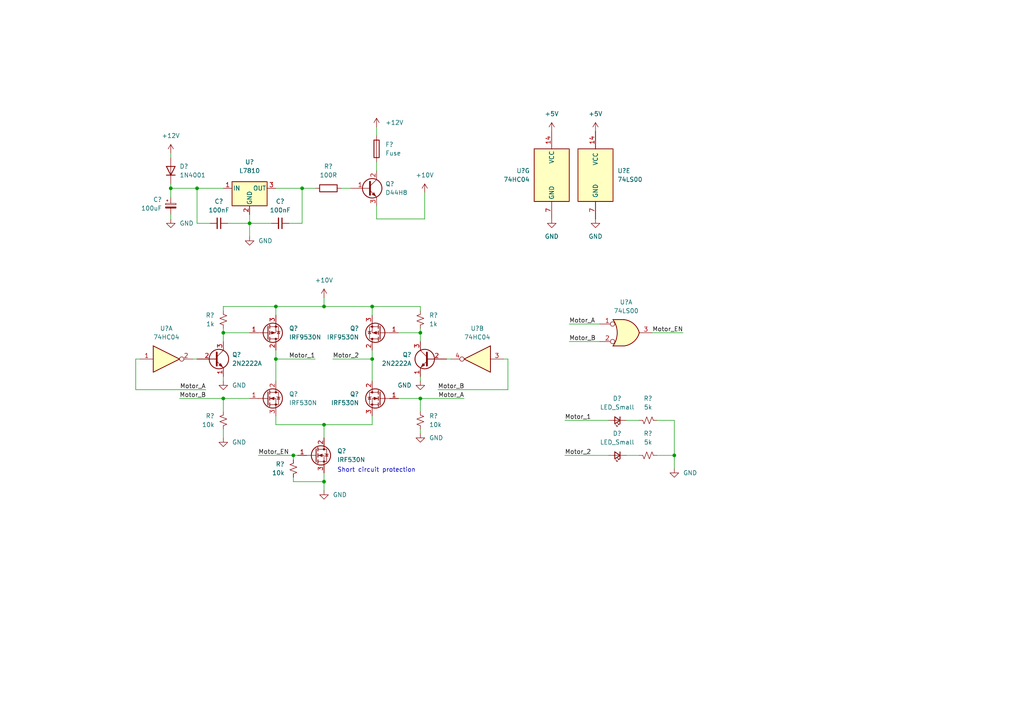
<source format=kicad_sch>
(kicad_sch (version 20211123) (generator eeschema)
  (paper "A4")
  (lib_symbols
    (symbol "74xx:74HC04"
      (property "Reference" "U" (at 0 1.27 0))
      (property "Value" "74HC04" (at 0 -1.27 0))
      (symbol "74HC04_1_0"
        (polyline (pts (xy -3.81 3.81) (xy -3.81 -3.81) (xy 3.81 0) (xy -3.81 3.81)) (stroke (width 0.254)) (fill (type background)))
        (pin input line (at -7.62 0 0) (length 3.81) (name "~") (number "1"))
        (pin output inverted (at 7.62 0 180) (length 3.81) (name "~") (number "2"))
      )
      (symbol "74HC04_2_0"
        (polyline (pts (xy -3.81 3.81) (xy -3.81 -3.81) (xy 3.81 0) (xy -3.81 3.81)) (stroke (width 0.254)) (fill (type background)))
        (pin input line (at -7.62 0 0) (length 3.81) (name "~") (number "3"))
        (pin output inverted (at 7.62 0 180) (length 3.81) (name "~") (number "4"))
      )
      (symbol "74HC04_3_0"
        (polyline (pts (xy -3.81 3.81) (xy -3.81 -3.81) (xy 3.81 0) (xy -3.81 3.81)) (stroke (width 0.254)) (fill (type background)))
        (pin input line (at -7.62 0 0) (length 3.81) (name "~") (number "5"))
        (pin output inverted (at 7.62 0 180) (length 3.81) (name "~") (number "6"))
      )
      (symbol "74HC04_4_0"
        (polyline (pts (xy -3.81 3.81) (xy -3.81 -3.81) (xy 3.81 0) (xy -3.81 3.81)) (stroke (width 0.254)) (fill (type background)))
        (pin output inverted (at 7.62 0 180) (length 3.81) (name "~") (number "8"))
        (pin input line (at -7.62 0 0) (length 3.81) (name "~") (number "9"))
      )
      (symbol "74HC04_5_0"
        (polyline (pts (xy -3.81 3.81) (xy -3.81 -3.81) (xy 3.81 0) (xy -3.81 3.81)) (stroke (width 0.254)) (fill (type background)))
        (pin output inverted (at 7.62 0 180) (length 3.81) (name "~") (number "10"))
        (pin input line (at -7.62 0 0) (length 3.81) (name "~") (number "11"))
      )
      (symbol "74HC04_6_0"
        (polyline (pts (xy -3.81 3.81) (xy -3.81 -3.81) (xy 3.81 0) (xy -3.81 3.81)) (stroke (width 0.254)) (fill (type background)))
        (pin output inverted (at 7.62 0 180) (length 3.81) (name "~") (number "12"))
        (pin input line (at -7.62 0 0) (length 3.81) (name "~") (number "13"))
      )
      (symbol "74HC04_7_0"
        (pin power_in line (at 0 12.7 270) (length 5.08) (name "VCC") (number "14"))
        (pin power_in line (at 0 -12.7 90) (length 5.08) (name "GND") (number "7"))
      )
      (symbol "74HC04_7_1"
        (rectangle (start -5.08 7.62) (end 5.08 -7.62) (stroke (width 0.254)) (fill (type background)))
      )
    )
    (symbol "74xx:74LS00" (pin_names (offset 1.016))
      (property "Reference" "U" (at 0 1.27 0))
      (property "Value" "74LS00" (at 0 -1.27 0))
      (symbol "74LS00_1_1"
        (arc (start 0 -3.81) (mid 3.81 0) (end 0 3.81) (stroke (width 0.254)) (fill (type background)))
        (polyline (pts (xy 0 3.81) (xy -3.81 3.81) (xy -3.81 -3.81) (xy 0 -3.81)) (stroke (width 0.254)) (fill (type background)))
        (pin input line (at -7.62 2.54 0) (length 3.81) (name "~") (number "1"))
        (pin input line (at -7.62 -2.54 0) (length 3.81) (name "~") (number "2"))
        (pin output inverted (at 7.62 0 180) (length 3.81) (name "~") (number "3"))
      )
      (symbol "74LS00_1_2"
        (arc (start -3.81 -3.81) (mid -2.589 0) (end -3.81 3.81) (stroke (width 0.254)))
        (arc (start -0.6096 -3.81) (mid 2.1855 -2.584) (end 3.81 0) (stroke (width 0.254)) (fill (type background)))
        (polyline (pts (xy -3.81 -3.81) (xy -0.635 -3.81)) (stroke (width 0.254)) (fill (type background)))
        (polyline (pts (xy -3.81 3.81) (xy -0.635 3.81)) (stroke (width 0.254)) (fill (type background)))
        (polyline (pts (xy -0.635 3.81) (xy -3.81 3.81) (xy -3.81 3.81) (xy -3.556 3.4036) (xy -3.0226 2.2606) (xy -2.6924 1.0414) (xy -2.6162 -0.254) (xy -2.7686 -1.4986) (xy -3.175 -2.7178) (xy -3.81 -3.81) (xy -3.81 -3.81) (xy -0.635 -3.81)) (stroke (width -25.4)) (fill (type background)))
        (arc (start 3.81 0) (mid 2.1928 2.5925) (end -0.6096 3.81) (stroke (width 0.254)) (fill (type background)))
        (pin input inverted (at -7.62 2.54 0) (length 4.318) (name "~") (number "1"))
        (pin input inverted (at -7.62 -2.54 0) (length 4.318) (name "~") (number "2"))
        (pin output line (at 7.62 0 180) (length 3.81) (name "~") (number "3"))
      )
      (symbol "74LS00_2_1"
        (arc (start 0 -3.81) (mid 3.81 0) (end 0 3.81) (stroke (width 0.254)) (fill (type background)))
        (polyline (pts (xy 0 3.81) (xy -3.81 3.81) (xy -3.81 -3.81) (xy 0 -3.81)) (stroke (width 0.254)) (fill (type background)))
        (pin input line (at -7.62 2.54 0) (length 3.81) (name "~") (number "4"))
        (pin input line (at -7.62 -2.54 0) (length 3.81) (name "~") (number "5"))
        (pin output inverted (at 7.62 0 180) (length 3.81) (name "~") (number "6"))
      )
      (symbol "74LS00_2_2"
        (arc (start -3.81 -3.81) (mid -2.589 0) (end -3.81 3.81) (stroke (width 0.254)))
        (arc (start -0.6096 -3.81) (mid 2.1855 -2.584) (end 3.81 0) (stroke (width 0.254)) (fill (type background)))
        (polyline (pts (xy -3.81 -3.81) (xy -0.635 -3.81)) (stroke (width 0.254)) (fill (type background)))
        (polyline (pts (xy -3.81 3.81) (xy -0.635 3.81)) (stroke (width 0.254)) (fill (type background)))
        (polyline (pts (xy -0.635 3.81) (xy -3.81 3.81) (xy -3.81 3.81) (xy -3.556 3.4036) (xy -3.0226 2.2606) (xy -2.6924 1.0414) (xy -2.6162 -0.254) (xy -2.7686 -1.4986) (xy -3.175 -2.7178) (xy -3.81 -3.81) (xy -3.81 -3.81) (xy -0.635 -3.81)) (stroke (width -25.4)) (fill (type background)))
        (arc (start 3.81 0) (mid 2.1928 2.5925) (end -0.6096 3.81) (stroke (width 0.254)) (fill (type background)))
        (pin input inverted (at -7.62 2.54 0) (length 4.318) (name "~") (number "4"))
        (pin input inverted (at -7.62 -2.54 0) (length 4.318) (name "~") (number "5"))
        (pin output line (at 7.62 0 180) (length 3.81) (name "~") (number "6"))
      )
      (symbol "74LS00_3_1"
        (arc (start 0 -3.81) (mid 3.81 0) (end 0 3.81) (stroke (width 0.254)) (fill (type background)))
        (polyline (pts (xy 0 3.81) (xy -3.81 3.81) (xy -3.81 -3.81) (xy 0 -3.81)) (stroke (width 0.254)) (fill (type background)))
        (pin input line (at -7.62 -2.54 0) (length 3.81) (name "~") (number "10"))
        (pin output inverted (at 7.62 0 180) (length 3.81) (name "~") (number "8"))
        (pin input line (at -7.62 2.54 0) (length 3.81) (name "~") (number "9"))
      )
      (symbol "74LS00_3_2"
        (arc (start -3.81 -3.81) (mid -2.589 0) (end -3.81 3.81) (stroke (width 0.254)))
        (arc (start -0.6096 -3.81) (mid 2.1855 -2.584) (end 3.81 0) (stroke (width 0.254)) (fill (type background)))
        (polyline (pts (xy -3.81 -3.81) (xy -0.635 -3.81)) (stroke (width 0.254)) (fill (type background)))
        (polyline (pts (xy -3.81 3.81) (xy -0.635 3.81)) (stroke (width 0.254)) (fill (type background)))
        (polyline (pts (xy -0.635 3.81) (xy -3.81 3.81) (xy -3.81 3.81) (xy -3.556 3.4036) (xy -3.0226 2.2606) (xy -2.6924 1.0414) (xy -2.6162 -0.254) (xy -2.7686 -1.4986) (xy -3.175 -2.7178) (xy -3.81 -3.81) (xy -3.81 -3.81) (xy -0.635 -3.81)) (stroke (width -25.4)) (fill (type background)))
        (arc (start 3.81 0) (mid 2.1928 2.5925) (end -0.6096 3.81) (stroke (width 0.254)) (fill (type background)))
        (pin input inverted (at -7.62 -2.54 0) (length 4.318) (name "~") (number "10"))
        (pin output line (at 7.62 0 180) (length 3.81) (name "~") (number "8"))
        (pin input inverted (at -7.62 2.54 0) (length 4.318) (name "~") (number "9"))
      )
      (symbol "74LS00_4_1"
        (arc (start 0 -3.81) (mid 3.81 0) (end 0 3.81) (stroke (width 0.254)) (fill (type background)))
        (polyline (pts (xy 0 3.81) (xy -3.81 3.81) (xy -3.81 -3.81) (xy 0 -3.81)) (stroke (width 0.254)) (fill (type background)))
        (pin output inverted (at 7.62 0 180) (length 3.81) (name "~") (number "11"))
        (pin input line (at -7.62 2.54 0) (length 3.81) (name "~") (number "12"))
        (pin input line (at -7.62 -2.54 0) (length 3.81) (name "~") (number "13"))
      )
      (symbol "74LS00_4_2"
        (arc (start -3.81 -3.81) (mid -2.589 0) (end -3.81 3.81) (stroke (width 0.254)))
        (arc (start -0.6096 -3.81) (mid 2.1855 -2.584) (end 3.81 0) (stroke (width 0.254)) (fill (type background)))
        (polyline (pts (xy -3.81 -3.81) (xy -0.635 -3.81)) (stroke (width 0.254)) (fill (type background)))
        (polyline (pts (xy -3.81 3.81) (xy -0.635 3.81)) (stroke (width 0.254)) (fill (type background)))
        (polyline (pts (xy -0.635 3.81) (xy -3.81 3.81) (xy -3.81 3.81) (xy -3.556 3.4036) (xy -3.0226 2.2606) (xy -2.6924 1.0414) (xy -2.6162 -0.254) (xy -2.7686 -1.4986) (xy -3.175 -2.7178) (xy -3.81 -3.81) (xy -3.81 -3.81) (xy -0.635 -3.81)) (stroke (width -25.4)) (fill (type background)))
        (arc (start 3.81 0) (mid 2.1928 2.5925) (end -0.6096 3.81) (stroke (width 0.254)) (fill (type background)))
        (pin output line (at 7.62 0 180) (length 3.81) (name "~") (number "11"))
        (pin input inverted (at -7.62 2.54 0) (length 4.318) (name "~") (number "12"))
        (pin input inverted (at -7.62 -2.54 0) (length 4.318) (name "~") (number "13"))
      )
      (symbol "74LS00_5_0"
        (pin power_in line (at 0 12.7 270) (length 5.08) (name "VCC") (number "14"))
        (pin power_in line (at 0 -12.7 90) (length 5.08) (name "GND") (number "7"))
      )
      (symbol "74LS00_5_1"
        (rectangle (start -5.08 7.62) (end 5.08 -7.62) (stroke (width 0.254)) (fill (type background)))
      )
    )
    (symbol "Device:C_Polarized_Small" (pin_numbers hide) (pin_names (offset 0.254) hide)
      (property "Reference" "C" (at 0.254 1.778 0))
      (property "Value" "C_Polarized_Small" (at 0.254 -2.032 0))
      (symbol "C_Polarized_Small_0_1"
        (rectangle (start -1.524 -0.3048) (end 1.524 -0.6858) (fill (type outline)))
        (rectangle (start -1.524 0.6858) (end 1.524 0.3048))
        (polyline (pts (xy -1.27 1.524) (xy -0.762 1.524)))
        (polyline (pts (xy -1.016 1.27) (xy -1.016 1.778)))
      )
      (symbol "C_Polarized_Small_1_1"
        (pin passive line (at 0 2.54 270) (length 1.8542) (name "~") (number "1"))
        (pin passive line (at 0 -2.54 90) (length 1.8542) (name "~") (number "2"))
      )
    )
    (symbol "Device:C_Small" (pin_numbers hide) (pin_names (offset 0.254) hide)
      (property "Reference" "C" (at 0.254 1.778 0))
      (property "Value" "C_Small" (at 0.254 -2.032 0))
      (symbol "C_Small_0_1"
        (polyline (pts (xy -1.524 -0.508) (xy 1.524 -0.508)) (stroke (width 0.3302)))
        (polyline (pts (xy -1.524 0.508) (xy 1.524 0.508)) (stroke (width 0.3048)))
      )
      (symbol "C_Small_1_1"
        (pin passive line (at 0 2.54 270) (length 2.032) (name "~") (number "1"))
        (pin passive line (at 0 -2.54 90) (length 2.032) (name "~") (number "2"))
      )
    )
    (symbol "Device:Fuse" (pin_numbers hide) (pin_names (offset 0))
      (property "Reference" "F" (at 2.032 0 90))
      (property "Value" "Fuse" (at -1.905 0 90))
      (symbol "Fuse_0_1"
        (rectangle (start -0.762 -2.54) (end 0.762 2.54) (stroke (width 0.254)))
        (polyline (pts (xy 0 2.54) (xy 0 -2.54)))
      )
      (symbol "Fuse_1_1"
        (pin passive line (at 0 3.81 270) (length 1.27) (name "~") (number "1"))
        (pin passive line (at 0 -3.81 90) (length 1.27) (name "~") (number "2"))
      )
    )
    (symbol "Device:LED_Small" (pin_numbers hide) (pin_names (offset 0.254) hide)
      (property "Reference" "D" (at -1.27 3.175 0))
      (property "Value" "LED_Small" (at -4.445 -2.54 0))
      (symbol "LED_Small_0_1"
        (polyline (pts (xy -0.762 -1.016) (xy -0.762 1.016)) (stroke (width 0.254)))
        (polyline (pts (xy 1.016 0) (xy -0.762 0)))
        (polyline (pts (xy 0.762 -1.016) (xy -0.762 0) (xy 0.762 1.016) (xy 0.762 -1.016)) (stroke (width 0.254)))
        (polyline (pts (xy 0 0.762) (xy -0.508 1.27) (xy -0.254 1.27) (xy -0.508 1.27) (xy -0.508 1.016)))
        (polyline (pts (xy 0.508 1.27) (xy 0 1.778) (xy 0.254 1.778) (xy 0 1.778) (xy 0 1.524)))
      )
      (symbol "LED_Small_1_1"
        (pin passive line (at -2.54 0 0) (length 1.778) (name "K") (number "1"))
        (pin passive line (at 2.54 0 180) (length 1.778) (name "A") (number "2"))
      )
    )
    (symbol "Device:R" (pin_numbers hide) (pin_names (offset 0))
      (property "Reference" "R" (at 2.032 0 90))
      (property "Value" "R" (at 0 0 90))
      (symbol "R_0_1"
        (rectangle (start -1.016 -2.54) (end 1.016 2.54) (stroke (width 0.254)))
      )
      (symbol "R_1_1"
        (pin passive line (at 0 3.81 270) (length 1.27) (name "~") (number "1"))
        (pin passive line (at 0 -3.81 90) (length 1.27) (name "~") (number "2"))
      )
    )
    (symbol "Device:R_Small_US" (pin_numbers hide) (pin_names (offset 0.254) hide)
      (property "Reference" "R" (at 0.762 0.508 0))
      (property "Value" "R_Small_US" (at 0.762 -1.016 0))
      (symbol "R_Small_US_1_1"
        (polyline (pts (xy 0 0) (xy 1.016 -0.381) (xy 0 -0.762) (xy -1.016 -1.143) (xy 0 -1.524)))
        (polyline (pts (xy 0 1.524) (xy 1.016 1.143) (xy 0 0.762) (xy -1.016 0.381) (xy 0 0)))
        (pin passive line (at 0 2.54 270) (length 1.016) (name "~") (number "1"))
        (pin passive line (at 0 -2.54 90) (length 1.016) (name "~") (number "2"))
      )
    )
    (symbol "Diode:1N4001" (pin_numbers hide) (pin_names (offset 1.016) hide)
      (property "Reference" "D" (at 0 2.54 0))
      (property "Value" "1N4001" (at 0 -2.54 0))
      (symbol "1N4001_0_1"
        (polyline (pts (xy -1.27 1.27) (xy -1.27 -1.27)) (stroke (width 0.254)))
        (polyline (pts (xy 1.27 0) (xy -1.27 0)))
        (polyline (pts (xy 1.27 1.27) (xy 1.27 -1.27) (xy -1.27 0) (xy 1.27 1.27)) (stroke (width 0.254)))
      )
      (symbol "1N4001_1_1"
        (pin passive line (at -3.81 0 0) (length 2.54) (name "K") (number "1"))
        (pin passive line (at 3.81 0 180) (length 2.54) (name "A") (number "2"))
      )
    )
    (symbol "Nick:2N2222A" (pin_names (offset 0) hide)
      (property "Reference" "Q" (at 5.08 1.905 0))
      (property "Value" "2N2222A" (at 5.08 0 0))
      (symbol "2N2222A_0_1"
        (polyline (pts (xy 0.635 0.635) (xy 2.54 2.54)))
        (polyline (pts (xy 0.635 -0.635) (xy 2.54 -2.54) (xy 2.54 -2.54)))
        (polyline (pts (xy 0.635 1.905) (xy 0.635 -1.905) (xy 0.635 -1.905)) (stroke (width 0.508)))
        (polyline (pts (xy 1.27 -1.778) (xy 1.778 -1.27) (xy 2.286 -2.286) (xy 1.27 -1.778) (xy 1.27 -1.778)) (fill (type outline)))
        (circle (center 1.27 0) (radius 2.8194) (stroke (width 0.254)))
      )
      (symbol "2N2222A_1_1"
        (pin passive line (at 2.54 -5.08 90) (length 2.54) (name "E") (number "1"))
        (pin passive line (at -5.08 0 0) (length 5.715) (name "B") (number "2"))
        (pin passive line (at 2.54 5.08 270) (length 2.54) (name "C") (number "3"))
      )
    )
    (symbol "Regulator_Linear:L7809" (pin_names (offset 0.254))
      (property "Reference" "U" (at -3.81 3.175 0))
      (property "Value" "L7809" (at 0 3.175 0))
      (symbol "L7809_0_1"
        (rectangle (start -5.08 1.905) (end 5.08 -5.08) (stroke (width 0.254)) (fill (type background)))
      )
      (symbol "L7809_1_1"
        (pin power_in line (at -7.62 0 0) (length 2.54) (name "IN") (number "1"))
        (pin power_in line (at 0 -7.62 90) (length 2.54) (name "GND") (number "2"))
        (pin power_out line (at 7.62 0 180) (length 2.54) (name "OUT") (number "3"))
      )
    )
    (symbol "Transistor_BJT:BD911" (pin_names (offset 0) hide)
      (property "Reference" "Q" (at 6.35 1.905 0))
      (property "Value" "BD911" (at 6.35 0 0))
      (symbol "BD911_0_1"
        (polyline (pts (xy 0.635 0.635) (xy 2.54 2.54)))
        (polyline (pts (xy 0.635 -0.635) (xy 2.54 -2.54) (xy 2.54 -2.54)))
        (polyline (pts (xy 0.635 1.905) (xy 0.635 -1.905) (xy 0.635 -1.905)) (stroke (width 0.508)))
        (polyline (pts (xy 1.27 -1.778) (xy 1.778 -1.27) (xy 2.286 -2.286) (xy 1.27 -1.778) (xy 1.27 -1.778)) (fill (type outline)))
        (circle (center 1.27 0) (radius 2.8194) (stroke (width 0.254)))
      )
      (symbol "BD911_1_1"
        (pin input line (at -5.08 0 0) (length 5.715) (name "B") (number "1"))
        (pin passive line (at 2.54 5.08 270) (length 2.54) (name "C") (number "2"))
        (pin passive line (at 2.54 -5.08 90) (length 2.54) (name "E") (number "3"))
      )
    )
    (symbol "Transistor_FET:IRF540N" (pin_names hide)
      (property "Reference" "Q" (at 6.35 1.905 0))
      (property "Value" "IRF540N" (at 6.35 0 0))
      (symbol "IRF540N_0_1"
        (polyline (pts (xy 0.254 0) (xy -2.54 0)))
        (polyline (pts (xy 0.254 1.905) (xy 0.254 -1.905)) (stroke (width 0.254)))
        (polyline (pts (xy 0.762 -1.27) (xy 0.762 -2.286)) (stroke (width 0.254)))
        (polyline (pts (xy 0.762 0.508) (xy 0.762 -0.508)) (stroke (width 0.254)))
        (polyline (pts (xy 0.762 2.286) (xy 0.762 1.27)) (stroke (width 0.254)))
        (polyline (pts (xy 2.54 2.54) (xy 2.54 1.778)))
        (polyline (pts (xy 2.54 -2.54) (xy 2.54 0) (xy 0.762 0)))
        (polyline (pts (xy 0.762 -1.778) (xy 3.302 -1.778) (xy 3.302 1.778) (xy 0.762 1.778)))
        (polyline (pts (xy 1.016 0) (xy 2.032 0.381) (xy 2.032 -0.381) (xy 1.016 0)) (fill (type outline)))
        (polyline (pts (xy 2.794 0.508) (xy 2.921 0.381) (xy 3.683 0.381) (xy 3.81 0.254)))
        (polyline (pts (xy 3.302 0.381) (xy 2.921 -0.254) (xy 3.683 -0.254) (xy 3.302 0.381)))
        (circle (center 1.651 0) (radius 2.794) (stroke (width 0.254)))
        (circle (center 2.54 -1.778) (radius 0.254) (fill (type outline)))
        (circle (center 2.54 1.778) (radius 0.254) (fill (type outline)))
      )
      (symbol "IRF540N_1_1"
        (pin input line (at -5.08 0 0) (length 2.54) (name "G") (number "1"))
        (pin passive line (at 2.54 5.08 270) (length 2.54) (name "D") (number "2"))
        (pin passive line (at 2.54 -5.08 90) (length 2.54) (name "S") (number "3"))
      )
    )
    (symbol "Transistor_FET:IRF9540N" (pin_names hide)
      (property "Reference" "Q" (at 5.08 1.905 0))
      (property "Value" "IRF9540N" (at 5.08 0 0))
      (symbol "IRF9540N_0_1"
        (polyline (pts (xy 0.254 0) (xy -2.54 0)))
        (polyline (pts (xy 0.254 1.905) (xy 0.254 -1.905)) (stroke (width 0.254)))
        (polyline (pts (xy 0.762 -1.27) (xy 0.762 -2.286)) (stroke (width 0.254)))
        (polyline (pts (xy 0.762 0.508) (xy 0.762 -0.508)) (stroke (width 0.254)))
        (polyline (pts (xy 0.762 2.286) (xy 0.762 1.27)) (stroke (width 0.254)))
        (polyline (pts (xy 2.54 2.54) (xy 2.54 1.778)))
        (polyline (pts (xy 2.54 -2.54) (xy 2.54 0) (xy 0.762 0)))
        (polyline (pts (xy 0.762 1.778) (xy 3.302 1.778) (xy 3.302 -1.778) (xy 0.762 -1.778)))
        (polyline (pts (xy 2.286 0) (xy 1.27 0.381) (xy 1.27 -0.381) (xy 2.286 0)) (fill (type outline)))
        (polyline (pts (xy 2.794 -0.508) (xy 2.921 -0.381) (xy 3.683 -0.381) (xy 3.81 -0.254)))
        (polyline (pts (xy 3.302 -0.381) (xy 2.921 0.254) (xy 3.683 0.254) (xy 3.302 -0.381)))
        (circle (center 1.651 0) (radius 2.794) (stroke (width 0.254)))
        (circle (center 2.54 -1.778) (radius 0.254) (fill (type outline)))
        (circle (center 2.54 1.778) (radius 0.254) (fill (type outline)))
      )
      (symbol "IRF9540N_1_1"
        (pin input line (at -5.08 0 0) (length 2.54) (name "G") (number "1"))
        (pin passive line (at 2.54 5.08 270) (length 2.54) (name "D") (number "2"))
        (pin passive line (at 2.54 -5.08 90) (length 2.54) (name "S") (number "3"))
      )
    )
    (symbol "power:+10V" (power) (pin_names (offset 0))
      (property "Value" "+10V" (at 0 3.556 0))
      (symbol "+10V_0_1"
        (polyline (pts (xy -0.762 1.27) (xy 0 2.54)))
        (polyline (pts (xy 0 0) (xy 0 2.54)))
        (polyline (pts (xy 0 2.54) (xy 0.762 1.27)))
      )
      (symbol "+10V_1_1"
        (pin power_in line (at 0 0 90) (length 0) hide (name "+10V") (number "1"))
      )
    )
    (symbol "power:+12V" (power) (pin_names (offset 0))
      (property "Value" "+12V" (at 0 3.556 0))
      (symbol "+12V_0_1"
        (polyline (pts (xy -0.762 1.27) (xy 0 2.54)))
        (polyline (pts (xy 0 0) (xy 0 2.54)))
        (polyline (pts (xy 0 2.54) (xy 0.762 1.27)))
      )
      (symbol "+12V_1_1"
        (pin power_in line (at 0 0 90) (length 0) hide (name "+12V") (number "1"))
      )
    )
    (symbol "power:+5V" (power) (pin_names (offset 0))
      (property "Value" "+5V" (at 0 3.556 0))
      (symbol "+5V_0_1"
        (polyline (pts (xy -0.762 1.27) (xy 0 2.54)))
        (polyline (pts (xy 0 0) (xy 0 2.54)))
        (polyline (pts (xy 0 2.54) (xy 0.762 1.27)))
      )
      (symbol "+5V_1_1"
        (pin power_in line (at 0 0 90) (length 0) hide (name "+5V") (number "1"))
      )
    )
    (symbol "power:GND" (power) (pin_names (offset 0))
      (property "Value" "GND" (at 0 -3.81 0))
      (symbol "GND_0_1"
        (polyline (pts (xy 0 0) (xy 0 -1.27) (xy 1.27 -1.27) (xy 0 -2.54) (xy -1.27 -1.27) (xy 0 -1.27)))
      )
      (symbol "GND_1_1"
        (pin power_in line (at 0 0 270) (length 0) hide (name "GND") (number "1"))
      )
    )
  )
  (junction (at 121.92 96.52))
  (junction (at 80.01 104.14))
  (junction (at 87.63 54.61))
  (junction (at 195.58 132.08))
  (junction (at 57.15 54.61))
  (junction (at 85.09 132.08))
  (junction (at 64.77 115.57))
  (junction (at 93.98 139.7))
  (junction (at 93.98 123.19))
  (junction (at 64.77 96.52))
  (junction (at 93.98 88.9))
  (junction (at 80.01 88.9))
  (junction (at 49.53 54.61))
  (junction (at 72.39 64.77))
  (junction (at 107.95 88.9))
  (junction (at 107.95 104.14))
  (junction (at 121.92 115.57))
  (wire (pts (xy 189.23 96.52) (xy 198.12 96.52)))
  (wire (pts (xy 49.53 44.45) (xy 49.53 45.72)))
  (wire (pts (xy 121.92 125.73) (xy 121.92 124.46)))
  (wire (pts (xy 80.01 104.14) (xy 91.44 104.14)))
  (wire (pts (xy 72.39 64.77) (xy 78.74 64.77)))
  (wire (pts (xy 80.01 123.19) (xy 93.98 123.19)))
  (wire (pts (xy 195.58 121.92) (xy 195.58 132.08)))
  (wire (pts (xy 66.04 64.77) (xy 72.39 64.77)))
  (wire (pts (xy 57.15 64.77) (xy 57.15 54.61)))
  (wire (pts (xy 39.37 113.03) (xy 39.37 104.14)))
  (wire (pts (xy 107.95 120.65) (xy 107.95 123.19)))
  (wire (pts (xy 109.22 36.83) (xy 109.22 39.37)))
  (wire (pts (xy 99.06 54.61) (xy 101.6 54.61)))
  (wire (pts (xy 72.39 62.23) (xy 72.39 64.77)))
  (wire (pts (xy 121.92 99.06) (xy 121.92 96.52)))
  (wire (pts (xy 40.64 104.14) (xy 39.37 104.14)))
  (wire (pts (xy 115.57 96.52) (xy 121.92 96.52)))
  (wire (pts (xy 121.92 115.57) (xy 121.92 119.38)))
  (wire (pts (xy 64.77 99.06) (xy 64.77 96.52)))
  (wire (pts (xy 93.98 123.19) (xy 107.95 123.19)))
  (wire (pts (xy 121.92 109.22) (xy 121.92 110.49)))
  (wire (pts (xy 64.77 96.52) (xy 72.39 96.52)))
  (wire (pts (xy 123.19 63.5) (xy 123.19 55.88)))
  (wire (pts (xy 64.77 88.9) (xy 80.01 88.9)))
  (wire (pts (xy 181.61 121.92) (xy 185.42 121.92)))
  (wire (pts (xy 173.99 93.98) (xy 165.1 93.98)))
  (wire (pts (xy 85.09 132.08) (xy 86.36 132.08)))
  (wire (pts (xy 49.53 53.34) (xy 49.53 54.61)))
  (wire (pts (xy 87.63 64.77) (xy 87.63 54.61)))
  (wire (pts (xy 129.54 104.14) (xy 130.81 104.14)))
  (wire (pts (xy 80.01 101.6) (xy 80.01 104.14)))
  (wire (pts (xy 147.32 104.14) (xy 147.32 113.03)))
  (wire (pts (xy 60.96 64.77) (xy 57.15 64.77)))
  (wire (pts (xy 121.92 90.17) (xy 121.92 88.9)))
  (wire (pts (xy 87.63 54.61) (xy 91.44 54.61)))
  (wire (pts (xy 74.93 132.08) (xy 85.09 132.08)))
  (wire (pts (xy 107.95 104.14) (xy 96.52 104.14)))
  (wire (pts (xy 49.53 57.15) (xy 49.53 54.61)))
  (wire (pts (xy 93.98 139.7) (xy 93.98 142.24)))
  (wire (pts (xy 93.98 139.7) (xy 93.98 137.16)))
  (wire (pts (xy 64.77 127) (xy 64.77 124.46)))
  (wire (pts (xy 173.99 99.06) (xy 165.1 99.06)))
  (wire (pts (xy 163.83 121.92) (xy 176.53 121.92)))
  (wire (pts (xy 181.61 132.08) (xy 185.42 132.08)))
  (wire (pts (xy 49.53 54.61) (xy 57.15 54.61)))
  (wire (pts (xy 80.01 91.44) (xy 80.01 88.9)))
  (wire (pts (xy 80.01 123.19) (xy 80.01 120.65)))
  (wire (pts (xy 147.32 113.03) (xy 127 113.03)))
  (wire (pts (xy 55.88 104.14) (xy 57.15 104.14)))
  (wire (pts (xy 64.77 110.49) (xy 64.77 109.22)))
  (wire (pts (xy 107.95 104.14) (xy 107.95 110.49)))
  (wire (pts (xy 64.77 115.57) (xy 72.39 115.57)))
  (wire (pts (xy 107.95 88.9) (xy 121.92 88.9)))
  (wire (pts (xy 109.22 63.5) (xy 123.19 63.5)))
  (wire (pts (xy 146.05 104.14) (xy 147.32 104.14)))
  (wire (pts (xy 115.57 115.57) (xy 121.92 115.57)))
  (wire (pts (xy 85.09 139.7) (xy 93.98 139.7)))
  (wire (pts (xy 107.95 101.6) (xy 107.95 104.14)))
  (wire (pts (xy 85.09 138.43) (xy 85.09 139.7)))
  (wire (pts (xy 83.82 64.77) (xy 87.63 64.77)))
  (wire (pts (xy 57.15 54.61) (xy 64.77 54.61)))
  (wire (pts (xy 72.39 64.77) (xy 72.39 68.58)))
  (wire (pts (xy 163.83 132.08) (xy 176.53 132.08)))
  (wire (pts (xy 87.63 54.61) (xy 80.01 54.61)))
  (wire (pts (xy 64.77 115.57) (xy 64.77 119.38)))
  (wire (pts (xy 109.22 63.5) (xy 109.22 59.69)))
  (wire (pts (xy 121.92 115.57) (xy 134.62 115.57)))
  (wire (pts (xy 121.92 96.52) (xy 121.92 95.25)))
  (wire (pts (xy 59.69 113.03) (xy 39.37 113.03)))
  (wire (pts (xy 80.01 104.14) (xy 80.01 110.49)))
  (wire (pts (xy 107.95 88.9) (xy 107.95 91.44)))
  (wire (pts (xy 64.77 96.52) (xy 64.77 95.25)))
  (wire (pts (xy 93.98 86.36) (xy 93.98 88.9)))
  (wire (pts (xy 190.5 121.92) (xy 195.58 121.92)))
  (wire (pts (xy 49.53 63.5) (xy 49.53 62.23)))
  (wire (pts (xy 190.5 132.08) (xy 195.58 132.08)))
  (wire (pts (xy 109.22 46.99) (xy 109.22 49.53)))
  (wire (pts (xy 80.01 88.9) (xy 93.98 88.9)))
  (wire (pts (xy 64.77 90.17) (xy 64.77 88.9)))
  (wire (pts (xy 64.77 115.57) (xy 52.07 115.57)))
  (wire (pts (xy 195.58 132.08) (xy 195.58 135.89)))
  (wire (pts (xy 93.98 88.9) (xy 107.95 88.9)))
  (wire (pts (xy 93.98 123.19) (xy 93.98 127)))
  (wire (pts (xy 85.09 132.08) (xy 85.09 133.35)))
  (text "Short circuit protection" (at 97.79 137.16 0) (effects (font (size 1.27 1.27)) (justify left bottom)))
  (label "Motor_1" (at 163.83 121.92 0))
  (label "Motor_B" (at 52.07 115.57 0))
  (label "Motor_EN" (at 74.93 132.08 0))
  (label "Motor_A" (at 134.62 115.57 180))
  (label "Motor_A" (at 59.69 113.03 180))
  (label "Motor_EN" (at 198.12 96.52 180))
  (label "Motor_1" (at 91.44 104.14 180))
  (label "Motor_2" (at 96.52 104.14 0))
  (label "Motor_B" (at 165.1 99.06 0))
  (label "Motor_A" (at 165.1 93.98 0))
  (label "Motor_2" (at 163.83 132.08 0))
  (label "Motor_B" (at 127 113.03 0))
  (symbol (lib_id "Device:R_Small_US") (at 64.77 92.71 180) (unit 1)
    (property "Reference" "R?" (at 62.23 91.4399 0) (effects (justify left)))
    (property "Value" "1k" (at 62.23 93.9799 0) (effects (justify left)))
  )
  (symbol (lib_id "Diode:1N4001") (at 49.53 49.53 90) (unit 1)
    (property "Reference" "D?" (at 52.07 48.2599 90) (effects (justify right)))
    (property "Value" "1N4001" (at 52.07 50.7999 90) (effects (justify right)))
    (property "Footprint" "Diode_THT:D_DO-41_SOD81_P10.16mm_Horizontal" (effects hide))
    (property "Datasheet" "http://www.vishay.com/docs/88503/1n4001.pdf" (effects hide))
  )
  (symbol (lib_id "power:+12V") (at 109.22 36.83 0) (unit 1)
    (property "Reference" "#PWR?" (effects hide))
    (property "Value" "+12V" (at 111.76 35.5599 0) (effects (justify left)))
  )
  (symbol (lib_id "power:GND") (at 195.58 135.89 0) (unit 1)
    (property "Reference" "#PWR?" (effects hide))
    (property "Value" "GND" (at 198.12 137.1599 0) (effects (justify left)))
  )
  (symbol (lib_id "power:GND") (at 64.77 127 0) (unit 1)
    (property "Reference" "#PWR?" (effects hide))
    (property "Value" "GND" (at 67.31 128.2699 0) (effects (justify left)))
  )
  (symbol (lib_id "Transistor_FET:IRF9540N") (at 77.47 96.52 0) (mirror x) (unit 1)
    (property "Reference" "Q?" (at 83.82 95.2499 0) (effects (justify left)))
    (property "Value" "IRF9530N" (at 83.82 97.7899 0) (effects (justify left)))
    (property "Footprint" "Package_TO_SOT_THT:TO-220-3_Vertical" (effects hide))
    (property "Datasheet" "https://www.infineon.com/dgdl/irf9530npbf.pdf?fileId=5546d462533600a401535611b9931dc1" (effects hide))
  )
  (symbol (lib_id "Device:C_Small") (at 81.28 64.77 270) (unit 1)
    (property "Reference" "C?" (at 81.2736 58.42 90))
    (property "Value" "100nF" (at 81.2736 60.96 90))
    (property "Footprint" "Capacitor_THT:C_Disc_D4.7mm_W2.5mm_P5.00mm" (effects hide))
  )
  (symbol (lib_id "Nick:2N2222A") (at 124.46 104.14 0) (mirror y) (unit 1)
    (property "Reference" "Q?" (at 119.38 102.8699 0) (effects (justify left)))
    (property "Value" "2N2222A" (at 119.38 105.4099 0) (effects (justify left)))
    (property "Footprint" "Package_TO_SOT_THT:TO-92_Inline" (effects hide))
    (property "Datasheet" "https://www.onsemi.com/pub/Collateral/2N3903-D.PDF" (effects hide))
  )
  (symbol (lib_id "power:GND") (at 160.02 63.5 0) (unit 1)
    (property "Reference" "#PWR?" (effects hide))
    (property "Value" "GND" (at 160.02 68.58 0))
  )
  (symbol (lib_id "power:GND") (at 72.39 68.58 0) (unit 1)
    (property "Reference" "#PWR?" (effects hide))
    (property "Value" "GND" (at 74.93 69.8499 0) (effects (justify left)))
  )
  (symbol (lib_id "power:+12V") (at 49.53 44.45 0) (unit 1)
    (property "Reference" "#PWR?" (effects hide))
    (property "Value" "+12V" (at 49.53 39.37 0))
  )
  (symbol (lib_id "power:+10V") (at 93.98 86.36 0) (unit 1)
    (property "Reference" "#PWR?" (effects hide))
    (property "Value" "+10V" (at 93.98 81.28 0))
  )
  (symbol (lib_id "74xx:74HC04") (at 138.43 104.14 0) (mirror y) (unit 2)
    (property "Reference" "U?" (at 138.43 95.25 0))
    (property "Value" "74HC04" (at 138.43 97.79 0))
    (property "Datasheet" "https://assets.nexperia.com/documents/data-sheet/74HC_HCT04.pdf" (effects hide))
  )
  (symbol (lib_id "Regulator_Linear:L7809") (at 72.39 54.61 0) (unit 1)
    (property "Reference" "U?" (at 72.39 46.99 0))
    (property "Value" "L7810" (at 72.39 49.53 0))
    (property "Footprint" "Nick:TO-92L_Inline_Regulator" (effects hide))
    (property "Datasheet" "http://www.st.com/content/ccc/resource/technical/document/datasheet/41/4f/b3/b0/12/d4/47/88/CD00000444.pdf/files/CD00000444.pdf/jcr:content/translations/en.CD00000444.pdf" (effects hide))
  )
  (symbol (lib_id "power:GND") (at 49.53 63.5 0) (unit 1)
    (property "Reference" "#PWR?" (effects hide))
    (property "Value" "GND" (at 52.07 64.7699 0) (effects (justify left)))
  )
  (symbol (lib_id "Device:R_Small_US") (at 64.77 121.92 0) (mirror y) (unit 1)
    (property "Reference" "R?" (at 62.23 120.6499 0) (effects (justify left)))
    (property "Value" "10k" (at 62.23 123.1899 0) (effects (justify left)))
  )
  (symbol (lib_id "power:+5V") (at 172.72 38.1 0) (mirror y) (unit 1)
    (property "Reference" "#PWR?" (effects hide))
    (property "Value" "+5V" (at 172.72 33.02 0))
  )
  (symbol (lib_id "Device:R_Small_US") (at 121.92 92.71 0) (mirror x) (unit 1)
    (property "Reference" "R?" (at 124.46 91.4399 0) (effects (justify left)))
    (property "Value" "1k" (at 124.46 93.9799 0) (effects (justify left)))
  )
  (symbol (lib_id "Device:R_Small_US") (at 85.09 135.89 0) (mirror y) (unit 1)
    (property "Reference" "R?" (at 82.55 134.6199 0) (effects (justify left)))
    (property "Value" "10k" (at 82.55 137.1599 0) (effects (justify left)))
  )
  (symbol (lib_id "power:+5V") (at 160.02 38.1 0) (mirror y) (unit 1)
    (property "Reference" "#PWR?" (effects hide))
    (property "Value" "+5V" (at 160.02 33.02 0))
  )
  (symbol (lib_id "Transistor_FET:IRF9540N") (at 110.49 96.52 180) (unit 1)
    (property "Reference" "Q?" (at 104.14 95.2499 0) (effects (justify left)))
    (property "Value" "IRF9530N" (at 104.14 97.7899 0) (effects (justify left)))
    (property "Footprint" "Package_TO_SOT_THT:TO-220-3_Vertical" (effects hide))
    (property "Datasheet" "https://www.infineon.com/dgdl/irf9530npbf.pdf?fileId=5546d462533600a401535611b9931dc1" (effects hide))
  )
  (symbol (lib_id "Nick:2N2222A") (at 62.23 104.14 0) (unit 1)
    (property "Reference" "Q?" (at 67.31 102.8699 0) (effects (justify left)))
    (property "Value" "2N2222A" (at 67.31 105.4099 0) (effects (justify left)))
    (property "Footprint" "Package_TO_SOT_THT:TO-92_Inline" (effects hide))
    (property "Datasheet" "https://www.onsemi.com/pub/Collateral/2N3903-D.PDF" (effects hide))
  )
  (symbol (lib_id "Transistor_FET:IRF540N") (at 77.47 115.57 0) (unit 1)
    (property "Reference" "Q?" (at 83.82 114.2999 0) (effects (justify left)))
    (property "Value" "IRF530N" (at 83.82 116.8399 0) (effects (justify left)))
    (property "Footprint" "Package_TO_SOT_THT:TO-220-3_Vertical" (effects hide))
    (property "Datasheet" "https://www.infineon.com/dgdl/irf530npbf.pdf?fileId=5546d462533600a4015355e386b1199a" (effects hide))
  )
  (symbol (lib_id "power:+10V") (at 123.19 55.88 0) (unit 1)
    (property "Reference" "#PWR?" (effects hide))
    (property "Value" "+10V" (at 123.19 50.8 0))
  )
  (symbol (lib_id "power:GND") (at 121.92 110.49 0) (mirror y) (unit 1)
    (property "Reference" "#PWR?" (effects hide))
    (property "Value" "GND" (at 119.38 111.7599 0) (effects (justify left)))
  )
  (symbol (lib_id "Device:Fuse") (at 109.22 43.18 0) (unit 1)
    (property "Reference" "F?" (at 111.76 41.9099 0) (effects (justify left)))
    (property "Value" "Fuse" (at 111.76 44.4499 0) (effects (justify left)))
  )
  (symbol (lib_id "Device:LED_Small") (at 179.07 121.92 180) (unit 1)
    (property "Reference" "D?" (at 179.0065 115.57 0))
    (property "Value" "LED_Small" (at 179.0065 118.11 0))
  )
  (symbol (lib_id "Transistor_FET:IRF540N") (at 91.44 132.08 0) (unit 1)
    (property "Reference" "Q?" (at 97.79 130.8099 0) (effects (justify left)))
    (property "Value" "IRF530N" (at 97.79 133.3499 0) (effects (justify left)))
    (property "Footprint" "Package_TO_SOT_THT:TO-220-3_Vertical" (effects hide))
    (property "Datasheet" "https://www.infineon.com/dgdl/irf530npbf.pdf?fileId=5546d462533600a4015355e386b1199a" (effects hide))
  )
  (symbol (lib_id "74xx:74LS00") (at 172.72 50.8 0) (unit 5)
    (property "Reference" "U?" (at 179.07 49.5299 0) (effects (justify left)))
    (property "Value" "74LS00" (at 179.07 52.0699 0) (effects (justify left)))
    (property "Datasheet" "http://www.ti.com/lit/gpn/sn74ls00" (effects hide))
  )
  (symbol (lib_id "Device:R") (at 95.25 54.61 270) (mirror x) (unit 1)
    (property "Reference" "R?" (at 95.25 48.26 90))
    (property "Value" "100R" (at 95.25 50.8 90))
    (property "Footprint" "Resistor_THT:R_Axial_DIN0204_L3.6mm_D1.6mm_P5.08mm_Horizontal" (effects hide))
  )
  (symbol (lib_id "Device:C_Polarized_Small") (at 49.53 59.69 0) (unit 1)
    (property "Reference" "C?" (at 46.99 57.8738 0) (effects (justify right)))
    (property "Value" "100uF" (at 46.99 60.4138 0) (effects (justify right)))
  )
  (symbol (lib_id "74xx:74LS00") (at 181.61 96.52 0) (unit 1) (convert 2)
    (property "Reference" "U?" (at 181.61 87.63 0))
    (property "Value" "74LS00" (at 181.61 90.17 0))
    (property "Datasheet" "http://www.ti.com/lit/gpn/sn74ls00" (effects hide))
  )
  (symbol (lib_id "power:GND") (at 172.72 63.5 0) (unit 1)
    (property "Reference" "#PWR?" (effects hide))
    (property "Value" "GND" (at 172.72 68.58 0))
  )
  (symbol (lib_id "Device:R_Small_US") (at 121.92 121.92 0) (unit 1)
    (property "Reference" "R?" (at 124.46 120.6499 0) (effects (justify left)))
    (property "Value" "10k" (at 124.46 123.1899 0) (effects (justify left)))
  )
  (symbol (lib_id "power:GND") (at 121.92 125.73 0) (unit 1)
    (property "Reference" "#PWR?" (effects hide))
    (property "Value" "GND" (at 124.46 126.9999 0) (effects (justify left)))
  )
  (symbol (lib_id "74xx:74HC04") (at 48.26 104.14 0) (unit 1)
    (property "Reference" "U?" (at 48.26 95.25 0))
    (property "Value" "74HC04" (at 48.26 97.79 0))
    (property "Datasheet" "https://assets.nexperia.com/documents/data-sheet/74HC_HCT04.pdf" (effects hide))
  )
  (symbol (lib_id "74xx:74HC04") (at 160.02 50.8 0) (unit 7)
    (property "Reference" "U?" (at 153.67 49.5299 0) (effects (justify right)))
    (property "Value" "74HC04" (at 153.67 52.0699 0) (effects (justify right)))
    (property "Datasheet" "https://assets.nexperia.com/documents/data-sheet/74HC_HCT04.pdf" (effects hide))
  )
  (symbol (lib_id "Device:LED_Small") (at 179.07 132.08 180) (unit 1)
    (property "Reference" "D?" (at 179.0065 125.73 0))
    (property "Value" "LED_Small" (at 179.0065 128.27 0))
  )
  (symbol (lib_id "Device:R_Small_US") (at 187.96 132.08 270) (mirror x) (unit 1)
    (property "Reference" "R?" (at 187.96 125.73 90))
    (property "Value" "5k" (at 187.96 128.27 90))
  )
  (symbol (lib_id "Device:R_Small_US") (at 187.96 121.92 270) (mirror x) (unit 1)
    (property "Reference" "R?" (at 187.96 115.57 90))
    (property "Value" "5k" (at 187.96 118.11 90))
  )
  (symbol (lib_id "Transistor_BJT:BD911") (at 106.68 54.61 0) (unit 1)
    (property "Reference" "Q?" (at 111.76 53.3399 0) (effects (justify left)))
    (property "Value" "D44H8" (at 111.76 55.8799 0) (effects (justify left)))
    (property "Footprint" "Package_TO_SOT_THT:TO-220-3_Vertical" (effects hide))
    (property "Datasheet" "http://www.st.com/internet/com/TECHNICAL_RESOURCES/TECHNICAL_LITERATURE/DATASHEET/CD00001277.pdf" (effects hide))
  )
  (symbol (lib_id "Transistor_FET:IRF540N") (at 110.49 115.57 0) (mirror y) (unit 1)
    (property "Reference" "Q?" (at 104.14 114.2999 0) (effects (justify left)))
    (property "Value" "IRF530N" (at 104.14 116.8399 0) (effects (justify left)))
    (property "Footprint" "Package_TO_SOT_THT:TO-220-3_Vertical" (effects hide))
    (property "Datasheet" "https://www.infineon.com/dgdl/irf530npbf.pdf?fileId=5546d462533600a4015355e386b1199a" (effects hide))
  )
  (symbol (lib_id "power:GND") (at 93.98 142.24 0) (unit 1)
    (property "Reference" "#PWR?" (effects hide))
    (property "Value" "GND" (at 96.52 143.5099 0) (effects (justify left)))
  )
  (symbol (lib_id "power:GND") (at 64.77 110.49 0) (unit 1)
    (property "Reference" "#PWR?" (effects hide))
    (property "Value" "GND" (at 67.31 111.7599 0) (effects (justify left)))
  )
  (symbol (lib_id "Device:C_Small") (at 63.5 64.77 270) (unit 1)
    (property "Reference" "C?" (at 63.4936 58.42 90))
    (property "Value" "100nF" (at 63.4936 60.96 90))
    (property "Footprint" "Capacitor_THT:C_Disc_D4.7mm_W2.5mm_P5.00mm" (effects hide))
  )
)
</source>
